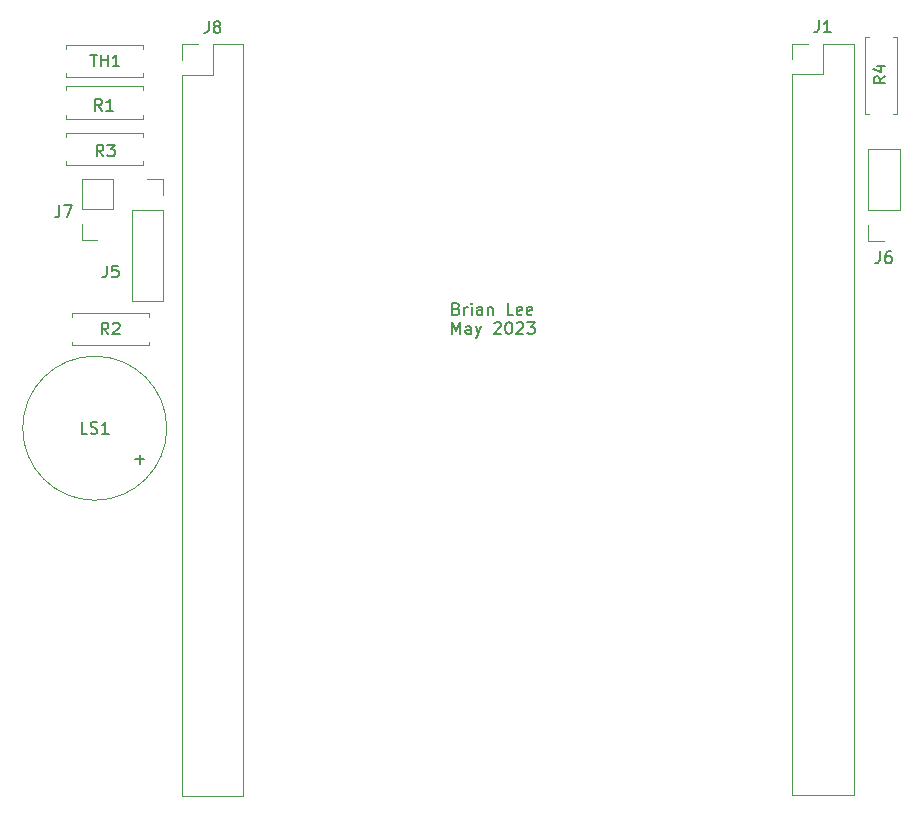
<source format=gbr>
%TF.GenerationSoftware,KiCad,Pcbnew,7.0.1*%
%TF.CreationDate,2023-05-28T14:58:13-06:00*%
%TF.ProjectId,Phase D,50686173-6520-4442-9e6b-696361645f70,rev?*%
%TF.SameCoordinates,Original*%
%TF.FileFunction,Legend,Top*%
%TF.FilePolarity,Positive*%
%FSLAX46Y46*%
G04 Gerber Fmt 4.6, Leading zero omitted, Abs format (unit mm)*
G04 Created by KiCad (PCBNEW 7.0.1) date 2023-05-28 14:58:13*
%MOMM*%
%LPD*%
G01*
G04 APERTURE LIST*
%ADD10C,0.150000*%
%ADD11C,0.120000*%
G04 APERTURE END LIST*
D10*
X163246428Y-88133809D02*
X163389285Y-88181428D01*
X163389285Y-88181428D02*
X163436904Y-88229047D01*
X163436904Y-88229047D02*
X163484523Y-88324285D01*
X163484523Y-88324285D02*
X163484523Y-88467142D01*
X163484523Y-88467142D02*
X163436904Y-88562380D01*
X163436904Y-88562380D02*
X163389285Y-88610000D01*
X163389285Y-88610000D02*
X163294047Y-88657619D01*
X163294047Y-88657619D02*
X162913095Y-88657619D01*
X162913095Y-88657619D02*
X162913095Y-87657619D01*
X162913095Y-87657619D02*
X163246428Y-87657619D01*
X163246428Y-87657619D02*
X163341666Y-87705238D01*
X163341666Y-87705238D02*
X163389285Y-87752857D01*
X163389285Y-87752857D02*
X163436904Y-87848095D01*
X163436904Y-87848095D02*
X163436904Y-87943333D01*
X163436904Y-87943333D02*
X163389285Y-88038571D01*
X163389285Y-88038571D02*
X163341666Y-88086190D01*
X163341666Y-88086190D02*
X163246428Y-88133809D01*
X163246428Y-88133809D02*
X162913095Y-88133809D01*
X163913095Y-88657619D02*
X163913095Y-87990952D01*
X163913095Y-88181428D02*
X163960714Y-88086190D01*
X163960714Y-88086190D02*
X164008333Y-88038571D01*
X164008333Y-88038571D02*
X164103571Y-87990952D01*
X164103571Y-87990952D02*
X164198809Y-87990952D01*
X164532143Y-88657619D02*
X164532143Y-87990952D01*
X164532143Y-87657619D02*
X164484524Y-87705238D01*
X164484524Y-87705238D02*
X164532143Y-87752857D01*
X164532143Y-87752857D02*
X164579762Y-87705238D01*
X164579762Y-87705238D02*
X164532143Y-87657619D01*
X164532143Y-87657619D02*
X164532143Y-87752857D01*
X165436904Y-88657619D02*
X165436904Y-88133809D01*
X165436904Y-88133809D02*
X165389285Y-88038571D01*
X165389285Y-88038571D02*
X165294047Y-87990952D01*
X165294047Y-87990952D02*
X165103571Y-87990952D01*
X165103571Y-87990952D02*
X165008333Y-88038571D01*
X165436904Y-88610000D02*
X165341666Y-88657619D01*
X165341666Y-88657619D02*
X165103571Y-88657619D01*
X165103571Y-88657619D02*
X165008333Y-88610000D01*
X165008333Y-88610000D02*
X164960714Y-88514761D01*
X164960714Y-88514761D02*
X164960714Y-88419523D01*
X164960714Y-88419523D02*
X165008333Y-88324285D01*
X165008333Y-88324285D02*
X165103571Y-88276666D01*
X165103571Y-88276666D02*
X165341666Y-88276666D01*
X165341666Y-88276666D02*
X165436904Y-88229047D01*
X165913095Y-87990952D02*
X165913095Y-88657619D01*
X165913095Y-88086190D02*
X165960714Y-88038571D01*
X165960714Y-88038571D02*
X166055952Y-87990952D01*
X166055952Y-87990952D02*
X166198809Y-87990952D01*
X166198809Y-87990952D02*
X166294047Y-88038571D01*
X166294047Y-88038571D02*
X166341666Y-88133809D01*
X166341666Y-88133809D02*
X166341666Y-88657619D01*
X168055952Y-88657619D02*
X167579762Y-88657619D01*
X167579762Y-88657619D02*
X167579762Y-87657619D01*
X168770238Y-88610000D02*
X168675000Y-88657619D01*
X168675000Y-88657619D02*
X168484524Y-88657619D01*
X168484524Y-88657619D02*
X168389286Y-88610000D01*
X168389286Y-88610000D02*
X168341667Y-88514761D01*
X168341667Y-88514761D02*
X168341667Y-88133809D01*
X168341667Y-88133809D02*
X168389286Y-88038571D01*
X168389286Y-88038571D02*
X168484524Y-87990952D01*
X168484524Y-87990952D02*
X168675000Y-87990952D01*
X168675000Y-87990952D02*
X168770238Y-88038571D01*
X168770238Y-88038571D02*
X168817857Y-88133809D01*
X168817857Y-88133809D02*
X168817857Y-88229047D01*
X168817857Y-88229047D02*
X168341667Y-88324285D01*
X169627381Y-88610000D02*
X169532143Y-88657619D01*
X169532143Y-88657619D02*
X169341667Y-88657619D01*
X169341667Y-88657619D02*
X169246429Y-88610000D01*
X169246429Y-88610000D02*
X169198810Y-88514761D01*
X169198810Y-88514761D02*
X169198810Y-88133809D01*
X169198810Y-88133809D02*
X169246429Y-88038571D01*
X169246429Y-88038571D02*
X169341667Y-87990952D01*
X169341667Y-87990952D02*
X169532143Y-87990952D01*
X169532143Y-87990952D02*
X169627381Y-88038571D01*
X169627381Y-88038571D02*
X169675000Y-88133809D01*
X169675000Y-88133809D02*
X169675000Y-88229047D01*
X169675000Y-88229047D02*
X169198810Y-88324285D01*
X162913095Y-90277619D02*
X162913095Y-89277619D01*
X162913095Y-89277619D02*
X163246428Y-89991904D01*
X163246428Y-89991904D02*
X163579761Y-89277619D01*
X163579761Y-89277619D02*
X163579761Y-90277619D01*
X164484523Y-90277619D02*
X164484523Y-89753809D01*
X164484523Y-89753809D02*
X164436904Y-89658571D01*
X164436904Y-89658571D02*
X164341666Y-89610952D01*
X164341666Y-89610952D02*
X164151190Y-89610952D01*
X164151190Y-89610952D02*
X164055952Y-89658571D01*
X164484523Y-90230000D02*
X164389285Y-90277619D01*
X164389285Y-90277619D02*
X164151190Y-90277619D01*
X164151190Y-90277619D02*
X164055952Y-90230000D01*
X164055952Y-90230000D02*
X164008333Y-90134761D01*
X164008333Y-90134761D02*
X164008333Y-90039523D01*
X164008333Y-90039523D02*
X164055952Y-89944285D01*
X164055952Y-89944285D02*
X164151190Y-89896666D01*
X164151190Y-89896666D02*
X164389285Y-89896666D01*
X164389285Y-89896666D02*
X164484523Y-89849047D01*
X164865476Y-89610952D02*
X165103571Y-90277619D01*
X165341666Y-89610952D02*
X165103571Y-90277619D01*
X165103571Y-90277619D02*
X165008333Y-90515714D01*
X165008333Y-90515714D02*
X164960714Y-90563333D01*
X164960714Y-90563333D02*
X164865476Y-90610952D01*
X166436905Y-89372857D02*
X166484524Y-89325238D01*
X166484524Y-89325238D02*
X166579762Y-89277619D01*
X166579762Y-89277619D02*
X166817857Y-89277619D01*
X166817857Y-89277619D02*
X166913095Y-89325238D01*
X166913095Y-89325238D02*
X166960714Y-89372857D01*
X166960714Y-89372857D02*
X167008333Y-89468095D01*
X167008333Y-89468095D02*
X167008333Y-89563333D01*
X167008333Y-89563333D02*
X166960714Y-89706190D01*
X166960714Y-89706190D02*
X166389286Y-90277619D01*
X166389286Y-90277619D02*
X167008333Y-90277619D01*
X167627381Y-89277619D02*
X167722619Y-89277619D01*
X167722619Y-89277619D02*
X167817857Y-89325238D01*
X167817857Y-89325238D02*
X167865476Y-89372857D01*
X167865476Y-89372857D02*
X167913095Y-89468095D01*
X167913095Y-89468095D02*
X167960714Y-89658571D01*
X167960714Y-89658571D02*
X167960714Y-89896666D01*
X167960714Y-89896666D02*
X167913095Y-90087142D01*
X167913095Y-90087142D02*
X167865476Y-90182380D01*
X167865476Y-90182380D02*
X167817857Y-90230000D01*
X167817857Y-90230000D02*
X167722619Y-90277619D01*
X167722619Y-90277619D02*
X167627381Y-90277619D01*
X167627381Y-90277619D02*
X167532143Y-90230000D01*
X167532143Y-90230000D02*
X167484524Y-90182380D01*
X167484524Y-90182380D02*
X167436905Y-90087142D01*
X167436905Y-90087142D02*
X167389286Y-89896666D01*
X167389286Y-89896666D02*
X167389286Y-89658571D01*
X167389286Y-89658571D02*
X167436905Y-89468095D01*
X167436905Y-89468095D02*
X167484524Y-89372857D01*
X167484524Y-89372857D02*
X167532143Y-89325238D01*
X167532143Y-89325238D02*
X167627381Y-89277619D01*
X168341667Y-89372857D02*
X168389286Y-89325238D01*
X168389286Y-89325238D02*
X168484524Y-89277619D01*
X168484524Y-89277619D02*
X168722619Y-89277619D01*
X168722619Y-89277619D02*
X168817857Y-89325238D01*
X168817857Y-89325238D02*
X168865476Y-89372857D01*
X168865476Y-89372857D02*
X168913095Y-89468095D01*
X168913095Y-89468095D02*
X168913095Y-89563333D01*
X168913095Y-89563333D02*
X168865476Y-89706190D01*
X168865476Y-89706190D02*
X168294048Y-90277619D01*
X168294048Y-90277619D02*
X168913095Y-90277619D01*
X169246429Y-89277619D02*
X169865476Y-89277619D01*
X169865476Y-89277619D02*
X169532143Y-89658571D01*
X169532143Y-89658571D02*
X169675000Y-89658571D01*
X169675000Y-89658571D02*
X169770238Y-89706190D01*
X169770238Y-89706190D02*
X169817857Y-89753809D01*
X169817857Y-89753809D02*
X169865476Y-89849047D01*
X169865476Y-89849047D02*
X169865476Y-90087142D01*
X169865476Y-90087142D02*
X169817857Y-90182380D01*
X169817857Y-90182380D02*
X169770238Y-90230000D01*
X169770238Y-90230000D02*
X169675000Y-90277619D01*
X169675000Y-90277619D02*
X169389286Y-90277619D01*
X169389286Y-90277619D02*
X169294048Y-90230000D01*
X169294048Y-90230000D02*
X169246429Y-90182380D01*
%TO.C,J6*%
X199106666Y-83272619D02*
X199106666Y-83986904D01*
X199106666Y-83986904D02*
X199059047Y-84129761D01*
X199059047Y-84129761D02*
X198963809Y-84225000D01*
X198963809Y-84225000D02*
X198820952Y-84272619D01*
X198820952Y-84272619D02*
X198725714Y-84272619D01*
X200011428Y-83272619D02*
X199820952Y-83272619D01*
X199820952Y-83272619D02*
X199725714Y-83320238D01*
X199725714Y-83320238D02*
X199678095Y-83367857D01*
X199678095Y-83367857D02*
X199582857Y-83510714D01*
X199582857Y-83510714D02*
X199535238Y-83701190D01*
X199535238Y-83701190D02*
X199535238Y-84082142D01*
X199535238Y-84082142D02*
X199582857Y-84177380D01*
X199582857Y-84177380D02*
X199630476Y-84225000D01*
X199630476Y-84225000D02*
X199725714Y-84272619D01*
X199725714Y-84272619D02*
X199916190Y-84272619D01*
X199916190Y-84272619D02*
X200011428Y-84225000D01*
X200011428Y-84225000D02*
X200059047Y-84177380D01*
X200059047Y-84177380D02*
X200106666Y-84082142D01*
X200106666Y-84082142D02*
X200106666Y-83844047D01*
X200106666Y-83844047D02*
X200059047Y-83748809D01*
X200059047Y-83748809D02*
X200011428Y-83701190D01*
X200011428Y-83701190D02*
X199916190Y-83653571D01*
X199916190Y-83653571D02*
X199725714Y-83653571D01*
X199725714Y-83653571D02*
X199630476Y-83701190D01*
X199630476Y-83701190D02*
X199582857Y-83748809D01*
X199582857Y-83748809D02*
X199535238Y-83844047D01*
%TO.C,R4*%
X199562619Y-68466666D02*
X199086428Y-68799999D01*
X199562619Y-69038094D02*
X198562619Y-69038094D01*
X198562619Y-69038094D02*
X198562619Y-68657142D01*
X198562619Y-68657142D02*
X198610238Y-68561904D01*
X198610238Y-68561904D02*
X198657857Y-68514285D01*
X198657857Y-68514285D02*
X198753095Y-68466666D01*
X198753095Y-68466666D02*
X198895952Y-68466666D01*
X198895952Y-68466666D02*
X198991190Y-68514285D01*
X198991190Y-68514285D02*
X199038809Y-68561904D01*
X199038809Y-68561904D02*
X199086428Y-68657142D01*
X199086428Y-68657142D02*
X199086428Y-69038094D01*
X198895952Y-67609523D02*
X199562619Y-67609523D01*
X198515000Y-67847618D02*
X199229285Y-68085713D01*
X199229285Y-68085713D02*
X199229285Y-67466666D01*
%TO.C,TH1*%
X132239286Y-66612619D02*
X132810714Y-66612619D01*
X132525000Y-67612619D02*
X132525000Y-66612619D01*
X133144048Y-67612619D02*
X133144048Y-66612619D01*
X133144048Y-67088809D02*
X133715476Y-67088809D01*
X133715476Y-67612619D02*
X133715476Y-66612619D01*
X134715476Y-67612619D02*
X134144048Y-67612619D01*
X134429762Y-67612619D02*
X134429762Y-66612619D01*
X134429762Y-66612619D02*
X134334524Y-66755476D01*
X134334524Y-66755476D02*
X134239286Y-66850714D01*
X134239286Y-66850714D02*
X134144048Y-66898333D01*
%TO.C,R2*%
X133783333Y-90312619D02*
X133450000Y-89836428D01*
X133211905Y-90312619D02*
X133211905Y-89312619D01*
X133211905Y-89312619D02*
X133592857Y-89312619D01*
X133592857Y-89312619D02*
X133688095Y-89360238D01*
X133688095Y-89360238D02*
X133735714Y-89407857D01*
X133735714Y-89407857D02*
X133783333Y-89503095D01*
X133783333Y-89503095D02*
X133783333Y-89645952D01*
X133783333Y-89645952D02*
X133735714Y-89741190D01*
X133735714Y-89741190D02*
X133688095Y-89788809D01*
X133688095Y-89788809D02*
X133592857Y-89836428D01*
X133592857Y-89836428D02*
X133211905Y-89836428D01*
X134164286Y-89407857D02*
X134211905Y-89360238D01*
X134211905Y-89360238D02*
X134307143Y-89312619D01*
X134307143Y-89312619D02*
X134545238Y-89312619D01*
X134545238Y-89312619D02*
X134640476Y-89360238D01*
X134640476Y-89360238D02*
X134688095Y-89407857D01*
X134688095Y-89407857D02*
X134735714Y-89503095D01*
X134735714Y-89503095D02*
X134735714Y-89598333D01*
X134735714Y-89598333D02*
X134688095Y-89741190D01*
X134688095Y-89741190D02*
X134116667Y-90312619D01*
X134116667Y-90312619D02*
X134735714Y-90312619D01*
%TO.C,J7*%
X129616666Y-79387619D02*
X129616666Y-80101904D01*
X129616666Y-80101904D02*
X129569047Y-80244761D01*
X129569047Y-80244761D02*
X129473809Y-80340000D01*
X129473809Y-80340000D02*
X129330952Y-80387619D01*
X129330952Y-80387619D02*
X129235714Y-80387619D01*
X129997619Y-79387619D02*
X130664285Y-79387619D01*
X130664285Y-79387619D02*
X130235714Y-80387619D01*
%TO.C,R3*%
X133358333Y-75237619D02*
X133025000Y-74761428D01*
X132786905Y-75237619D02*
X132786905Y-74237619D01*
X132786905Y-74237619D02*
X133167857Y-74237619D01*
X133167857Y-74237619D02*
X133263095Y-74285238D01*
X133263095Y-74285238D02*
X133310714Y-74332857D01*
X133310714Y-74332857D02*
X133358333Y-74428095D01*
X133358333Y-74428095D02*
X133358333Y-74570952D01*
X133358333Y-74570952D02*
X133310714Y-74666190D01*
X133310714Y-74666190D02*
X133263095Y-74713809D01*
X133263095Y-74713809D02*
X133167857Y-74761428D01*
X133167857Y-74761428D02*
X132786905Y-74761428D01*
X133691667Y-74237619D02*
X134310714Y-74237619D01*
X134310714Y-74237619D02*
X133977381Y-74618571D01*
X133977381Y-74618571D02*
X134120238Y-74618571D01*
X134120238Y-74618571D02*
X134215476Y-74666190D01*
X134215476Y-74666190D02*
X134263095Y-74713809D01*
X134263095Y-74713809D02*
X134310714Y-74809047D01*
X134310714Y-74809047D02*
X134310714Y-75047142D01*
X134310714Y-75047142D02*
X134263095Y-75142380D01*
X134263095Y-75142380D02*
X134215476Y-75190000D01*
X134215476Y-75190000D02*
X134120238Y-75237619D01*
X134120238Y-75237619D02*
X133834524Y-75237619D01*
X133834524Y-75237619D02*
X133739286Y-75190000D01*
X133739286Y-75190000D02*
X133691667Y-75142380D01*
%TO.C,J1*%
X193936666Y-63717619D02*
X193936666Y-64431904D01*
X193936666Y-64431904D02*
X193889047Y-64574761D01*
X193889047Y-64574761D02*
X193793809Y-64670000D01*
X193793809Y-64670000D02*
X193650952Y-64717619D01*
X193650952Y-64717619D02*
X193555714Y-64717619D01*
X194936666Y-64717619D02*
X194365238Y-64717619D01*
X194650952Y-64717619D02*
X194650952Y-63717619D01*
X194650952Y-63717619D02*
X194555714Y-63860476D01*
X194555714Y-63860476D02*
X194460476Y-63955714D01*
X194460476Y-63955714D02*
X194365238Y-64003333D01*
%TO.C,R1*%
X133233333Y-71387619D02*
X132900000Y-70911428D01*
X132661905Y-71387619D02*
X132661905Y-70387619D01*
X132661905Y-70387619D02*
X133042857Y-70387619D01*
X133042857Y-70387619D02*
X133138095Y-70435238D01*
X133138095Y-70435238D02*
X133185714Y-70482857D01*
X133185714Y-70482857D02*
X133233333Y-70578095D01*
X133233333Y-70578095D02*
X133233333Y-70720952D01*
X133233333Y-70720952D02*
X133185714Y-70816190D01*
X133185714Y-70816190D02*
X133138095Y-70863809D01*
X133138095Y-70863809D02*
X133042857Y-70911428D01*
X133042857Y-70911428D02*
X132661905Y-70911428D01*
X134185714Y-71387619D02*
X133614286Y-71387619D01*
X133900000Y-71387619D02*
X133900000Y-70387619D01*
X133900000Y-70387619D02*
X133804762Y-70530476D01*
X133804762Y-70530476D02*
X133709524Y-70625714D01*
X133709524Y-70625714D02*
X133614286Y-70673333D01*
%TO.C,J8*%
X142271666Y-63782619D02*
X142271666Y-64496904D01*
X142271666Y-64496904D02*
X142224047Y-64639761D01*
X142224047Y-64639761D02*
X142128809Y-64735000D01*
X142128809Y-64735000D02*
X141985952Y-64782619D01*
X141985952Y-64782619D02*
X141890714Y-64782619D01*
X142890714Y-64211190D02*
X142795476Y-64163571D01*
X142795476Y-64163571D02*
X142747857Y-64115952D01*
X142747857Y-64115952D02*
X142700238Y-64020714D01*
X142700238Y-64020714D02*
X142700238Y-63973095D01*
X142700238Y-63973095D02*
X142747857Y-63877857D01*
X142747857Y-63877857D02*
X142795476Y-63830238D01*
X142795476Y-63830238D02*
X142890714Y-63782619D01*
X142890714Y-63782619D02*
X143081190Y-63782619D01*
X143081190Y-63782619D02*
X143176428Y-63830238D01*
X143176428Y-63830238D02*
X143224047Y-63877857D01*
X143224047Y-63877857D02*
X143271666Y-63973095D01*
X143271666Y-63973095D02*
X143271666Y-64020714D01*
X143271666Y-64020714D02*
X143224047Y-64115952D01*
X143224047Y-64115952D02*
X143176428Y-64163571D01*
X143176428Y-64163571D02*
X143081190Y-64211190D01*
X143081190Y-64211190D02*
X142890714Y-64211190D01*
X142890714Y-64211190D02*
X142795476Y-64258809D01*
X142795476Y-64258809D02*
X142747857Y-64306428D01*
X142747857Y-64306428D02*
X142700238Y-64401666D01*
X142700238Y-64401666D02*
X142700238Y-64592142D01*
X142700238Y-64592142D02*
X142747857Y-64687380D01*
X142747857Y-64687380D02*
X142795476Y-64735000D01*
X142795476Y-64735000D02*
X142890714Y-64782619D01*
X142890714Y-64782619D02*
X143081190Y-64782619D01*
X143081190Y-64782619D02*
X143176428Y-64735000D01*
X143176428Y-64735000D02*
X143224047Y-64687380D01*
X143224047Y-64687380D02*
X143271666Y-64592142D01*
X143271666Y-64592142D02*
X143271666Y-64401666D01*
X143271666Y-64401666D02*
X143224047Y-64306428D01*
X143224047Y-64306428D02*
X143176428Y-64258809D01*
X143176428Y-64258809D02*
X143081190Y-64211190D01*
%TO.C,J5*%
X133641666Y-84487619D02*
X133641666Y-85201904D01*
X133641666Y-85201904D02*
X133594047Y-85344761D01*
X133594047Y-85344761D02*
X133498809Y-85440000D01*
X133498809Y-85440000D02*
X133355952Y-85487619D01*
X133355952Y-85487619D02*
X133260714Y-85487619D01*
X134594047Y-84487619D02*
X134117857Y-84487619D01*
X134117857Y-84487619D02*
X134070238Y-84963809D01*
X134070238Y-84963809D02*
X134117857Y-84916190D01*
X134117857Y-84916190D02*
X134213095Y-84868571D01*
X134213095Y-84868571D02*
X134451190Y-84868571D01*
X134451190Y-84868571D02*
X134546428Y-84916190D01*
X134546428Y-84916190D02*
X134594047Y-84963809D01*
X134594047Y-84963809D02*
X134641666Y-85059047D01*
X134641666Y-85059047D02*
X134641666Y-85297142D01*
X134641666Y-85297142D02*
X134594047Y-85392380D01*
X134594047Y-85392380D02*
X134546428Y-85440000D01*
X134546428Y-85440000D02*
X134451190Y-85487619D01*
X134451190Y-85487619D02*
X134213095Y-85487619D01*
X134213095Y-85487619D02*
X134117857Y-85440000D01*
X134117857Y-85440000D02*
X134070238Y-85392380D01*
%TO.C,LS1*%
X131982142Y-98712619D02*
X131505952Y-98712619D01*
X131505952Y-98712619D02*
X131505952Y-97712619D01*
X132267857Y-98665000D02*
X132410714Y-98712619D01*
X132410714Y-98712619D02*
X132648809Y-98712619D01*
X132648809Y-98712619D02*
X132744047Y-98665000D01*
X132744047Y-98665000D02*
X132791666Y-98617380D01*
X132791666Y-98617380D02*
X132839285Y-98522142D01*
X132839285Y-98522142D02*
X132839285Y-98426904D01*
X132839285Y-98426904D02*
X132791666Y-98331666D01*
X132791666Y-98331666D02*
X132744047Y-98284047D01*
X132744047Y-98284047D02*
X132648809Y-98236428D01*
X132648809Y-98236428D02*
X132458333Y-98188809D01*
X132458333Y-98188809D02*
X132363095Y-98141190D01*
X132363095Y-98141190D02*
X132315476Y-98093571D01*
X132315476Y-98093571D02*
X132267857Y-97998333D01*
X132267857Y-97998333D02*
X132267857Y-97903095D01*
X132267857Y-97903095D02*
X132315476Y-97807857D01*
X132315476Y-97807857D02*
X132363095Y-97760238D01*
X132363095Y-97760238D02*
X132458333Y-97712619D01*
X132458333Y-97712619D02*
X132696428Y-97712619D01*
X132696428Y-97712619D02*
X132839285Y-97760238D01*
X133791666Y-98712619D02*
X133220238Y-98712619D01*
X133505952Y-98712619D02*
X133505952Y-97712619D01*
X133505952Y-97712619D02*
X133410714Y-97855476D01*
X133410714Y-97855476D02*
X133315476Y-97950714D01*
X133315476Y-97950714D02*
X133220238Y-97998333D01*
X136054048Y-100871666D02*
X136815953Y-100871666D01*
X136435000Y-101252619D02*
X136435000Y-100490714D01*
D11*
%TO.C,J6*%
X200770000Y-79770000D02*
X200770000Y-74630000D01*
X200770000Y-79770000D02*
X198110000Y-79770000D01*
X200770000Y-74630000D02*
X198110000Y-74630000D01*
X199440000Y-82370000D02*
X198110000Y-82370000D01*
X198110000Y-82370000D02*
X198110000Y-81040000D01*
X198110000Y-79770000D02*
X198110000Y-74630000D01*
%TO.C,R4*%
X197830000Y-71640000D02*
X197830000Y-65100000D01*
X198160000Y-71640000D02*
X197830000Y-71640000D01*
X200240000Y-71640000D02*
X200570000Y-71640000D01*
X200570000Y-71640000D02*
X200570000Y-65100000D01*
X197830000Y-65100000D02*
X198160000Y-65100000D01*
X200570000Y-65100000D02*
X200240000Y-65100000D01*
%TO.C,TH1*%
X130180000Y-65780000D02*
X136720000Y-65780000D01*
X130180000Y-66110000D02*
X130180000Y-65780000D01*
X130180000Y-68190000D02*
X130180000Y-68520000D01*
X130180000Y-68520000D02*
X136720000Y-68520000D01*
X136720000Y-65780000D02*
X136720000Y-66110000D01*
X136720000Y-68520000D02*
X136720000Y-68190000D01*
%TO.C,R2*%
X130705000Y-88505000D02*
X137245000Y-88505000D01*
X130705000Y-88835000D02*
X130705000Y-88505000D01*
X130705000Y-90915000D02*
X130705000Y-91245000D01*
X130705000Y-91245000D02*
X137245000Y-91245000D01*
X137245000Y-88505000D02*
X137245000Y-88835000D01*
X137245000Y-91245000D02*
X137245000Y-90915000D01*
%TO.C,J7*%
X134180000Y-79730000D02*
X134180000Y-77130000D01*
X134180000Y-79730000D02*
X131520000Y-79730000D01*
X134180000Y-77130000D02*
X131520000Y-77130000D01*
X132850000Y-82330000D02*
X131520000Y-82330000D01*
X131520000Y-82330000D02*
X131520000Y-81000000D01*
X131520000Y-79730000D02*
X131520000Y-77130000D01*
%TO.C,R3*%
X136725000Y-75995000D02*
X130185000Y-75995000D01*
X136725000Y-75665000D02*
X136725000Y-75995000D01*
X136725000Y-73585000D02*
X136725000Y-73255000D01*
X136725000Y-73255000D02*
X130185000Y-73255000D01*
X130185000Y-75995000D02*
X130185000Y-75665000D01*
X130185000Y-73255000D02*
X130185000Y-73585000D01*
%TO.C,J1*%
X191670000Y-65695000D02*
X191670000Y-67025000D01*
X191670000Y-68295000D02*
X191670000Y-129315000D01*
X193000000Y-65695000D02*
X191670000Y-65695000D01*
X194270000Y-65695000D02*
X194270000Y-68295000D01*
X194270000Y-68295000D02*
X191670000Y-68295000D01*
X196870000Y-65695000D02*
X194270000Y-65695000D01*
X196870000Y-65695000D02*
X196870000Y-129315000D01*
X196870000Y-129315000D02*
X191670000Y-129315000D01*
%TO.C,R1*%
X136725000Y-72045000D02*
X130185000Y-72045000D01*
X136725000Y-71715000D02*
X136725000Y-72045000D01*
X136725000Y-69635000D02*
X136725000Y-69305000D01*
X136725000Y-69305000D02*
X130185000Y-69305000D01*
X130185000Y-72045000D02*
X130185000Y-71715000D01*
X130185000Y-69305000D02*
X130185000Y-69635000D01*
%TO.C,J8*%
X140005000Y-65760000D02*
X140005000Y-67090000D01*
X140005000Y-68360000D02*
X140005000Y-129380000D01*
X141335000Y-65760000D02*
X140005000Y-65760000D01*
X142605000Y-65760000D02*
X142605000Y-68360000D01*
X142605000Y-68360000D02*
X140005000Y-68360000D01*
X145205000Y-65760000D02*
X142605000Y-65760000D01*
X145205000Y-65760000D02*
X145205000Y-129380000D01*
X145205000Y-129380000D02*
X140005000Y-129380000D01*
%TO.C,J5*%
X135745000Y-79770000D02*
X135745000Y-87450000D01*
X135745000Y-79770000D02*
X138405000Y-79770000D01*
X135745000Y-87450000D02*
X138405000Y-87450000D01*
X137075000Y-77170000D02*
X138405000Y-77170000D01*
X138405000Y-77170000D02*
X138405000Y-78500000D01*
X138405000Y-79770000D02*
X138405000Y-87450000D01*
%TO.C,LS1*%
X138725000Y-98250000D02*
G75*
G03*
X138725000Y-98250000I-6100000J0D01*
G01*
%TD*%
M02*

</source>
